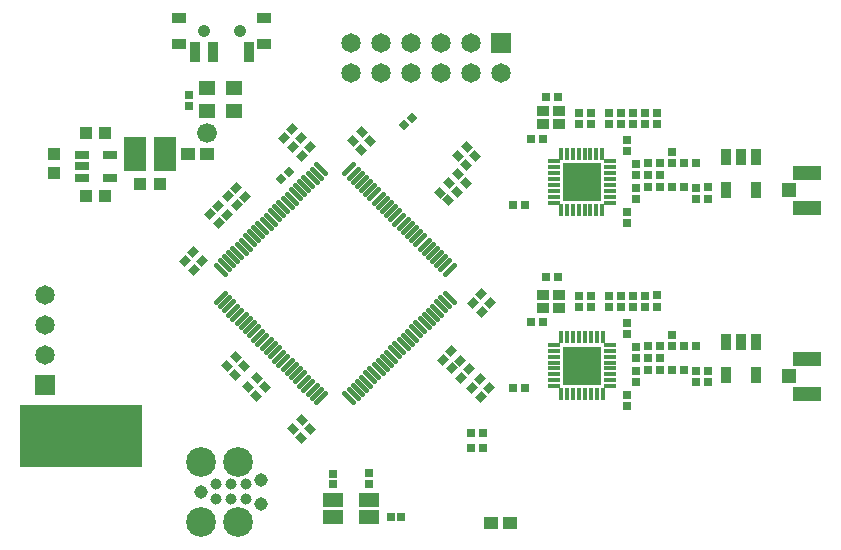
<source format=gts>
G04 Layer_Color=8388736*
%FSLAX25Y25*%
%MOIN*%
G70*
G01*
G75*
%ADD72R,0.02765X0.02765*%
%ADD73R,0.02765X0.02765*%
%ADD74R,0.06506X0.04931*%
%ADD75R,0.40600X0.20600*%
%ADD76R,0.02568X0.03159*%
%ADD77R,0.03356X0.06506*%
%ADD78R,0.04537X0.03750*%
%ADD79R,0.05718X0.04931*%
%ADD80O,0.01584X0.04340*%
%ADD81O,0.04340X0.01584*%
%ADD82R,0.12805X0.12805*%
%ADD83R,0.04537X0.04340*%
%ADD84R,0.04183X0.04380*%
G04:AMPARAMS|DCode=85|XSize=17.81mil|YSize=61.12mil|CornerRadius=0mil|HoleSize=0mil|Usage=FLASHONLY|Rotation=225.000|XOffset=0mil|YOffset=0mil|HoleType=Round|Shape=Round|*
%AMOVALD85*
21,1,0.04331,0.01781,0.00000,0.00000,315.0*
1,1,0.01781,-0.01531,0.01531*
1,1,0.01781,0.01531,-0.01531*
%
%ADD85OVALD85*%

G04:AMPARAMS|DCode=86|XSize=17.81mil|YSize=61.12mil|CornerRadius=0mil|HoleSize=0mil|Usage=FLASHONLY|Rotation=135.000|XOffset=0mil|YOffset=0mil|HoleType=Round|Shape=Round|*
%AMOVALD86*
21,1,0.04331,0.01781,0.00000,0.00000,225.0*
1,1,0.01781,0.01531,0.01531*
1,1,0.01781,-0.01531,-0.01531*
%
%ADD86OVALD86*%

%ADD87R,0.07175X0.11309*%
%ADD88R,0.04931X0.02962*%
%ADD89R,0.04340X0.04143*%
%ADD90R,0.04143X0.04340*%
%ADD91R,0.03159X0.02568*%
%ADD92R,0.02568X0.02962*%
%ADD93R,0.02962X0.02568*%
%ADD94R,0.04143X0.03750*%
%ADD95R,0.04537X0.04537*%
%ADD96R,0.09261X0.04734*%
G04:AMPARAMS|DCode=97|XSize=37mil|YSize=37mil|CornerRadius=18.5mil|HoleSize=0mil|Usage=FLASHONLY|Rotation=0.000|XOffset=0mil|YOffset=0mil|HoleType=Round|Shape=RoundedRectangle|*
%AMROUNDEDRECTD97*
21,1,0.03700,0.00000,0,0,0.0*
21,1,0.00000,0.03700,0,0,0.0*
1,1,0.03700,0.00000,0.00000*
1,1,0.03700,0.00000,0.00000*
1,1,0.03700,0.00000,0.00000*
1,1,0.03700,0.00000,0.00000*
%
%ADD97ROUNDEDRECTD97*%
%ADD98R,0.03600X0.05600*%
G04:AMPARAMS|DCode=99|XSize=25.68mil|YSize=29.62mil|CornerRadius=0mil|HoleSize=0mil|Usage=FLASHONLY|Rotation=135.000|XOffset=0mil|YOffset=0mil|HoleType=Round|Shape=Rectangle|*
%AMROTATEDRECTD99*
4,1,4,0.01955,0.00139,-0.00139,-0.01955,-0.01955,-0.00139,0.00139,0.01955,0.01955,0.00139,0.0*
%
%ADD99ROTATEDRECTD99*%

%ADD100P,0.03911X4X180.0*%
G04:AMPARAMS|DCode=101|XSize=25.68mil|YSize=29.62mil|CornerRadius=0mil|HoleSize=0mil|Usage=FLASHONLY|Rotation=45.000|XOffset=0mil|YOffset=0mil|HoleType=Round|Shape=Rectangle|*
%AMROTATEDRECTD101*
4,1,4,0.00139,-0.01955,-0.01955,0.00139,-0.00139,0.01955,0.01955,-0.00139,0.00139,-0.01955,0.0*
%
%ADD101ROTATEDRECTD101*%

G04:AMPARAMS|DCode=102|XSize=25.68mil|YSize=31.59mil|CornerRadius=0mil|HoleSize=0mil|Usage=FLASHONLY|Rotation=225.000|XOffset=0mil|YOffset=0mil|HoleType=Round|Shape=Rectangle|*
%AMROTATEDRECTD102*
4,1,4,-0.00209,0.02025,0.02025,-0.00209,0.00209,-0.02025,-0.02025,0.00209,-0.00209,0.02025,0.0*
%
%ADD102ROTATEDRECTD102*%

G04:AMPARAMS|DCode=103|XSize=25.68mil|YSize=31.59mil|CornerRadius=0mil|HoleSize=0mil|Usage=FLASHONLY|Rotation=315.000|XOffset=0mil|YOffset=0mil|HoleType=Round|Shape=Rectangle|*
%AMROTATEDRECTD103*
4,1,4,-0.02025,-0.00209,0.00209,0.02025,0.02025,0.00209,-0.00209,-0.02025,-0.02025,-0.00209,0.0*
%
%ADD103ROTATEDRECTD103*%

%ADD104C,0.06506*%
%ADD105R,0.06506X0.06506*%
%ADD106C,0.04143*%
%ADD107C,0.06600*%
%ADD108R,0.06506X0.06506*%
%ADD109C,0.04500*%
%ADD110C,0.09950*%
D72*
X104000Y-67000D02*
D03*
Y-63457D02*
D03*
X116000Y-66772D02*
D03*
Y-63228D02*
D03*
D73*
X123228Y-78000D02*
D03*
X126772D02*
D03*
D74*
X104095Y-72047D02*
D03*
Y-77953D02*
D03*
X115905D02*
D03*
Y-72047D02*
D03*
D75*
X20000Y-51000D02*
D03*
D76*
X56000Y62870D02*
D03*
Y59130D02*
D03*
X225000Y-32870D02*
D03*
Y-29130D02*
D03*
X204000Y-4130D02*
D03*
Y-7870D02*
D03*
Y56870D02*
D03*
Y53130D02*
D03*
X205000Y28130D02*
D03*
Y31870D02*
D03*
D77*
X75858Y77110D02*
D03*
X64047D02*
D03*
X58142D02*
D03*
D78*
X81173Y88331D02*
D03*
Y79669D02*
D03*
X52827Y88331D02*
D03*
Y79669D02*
D03*
D79*
X71055Y57520D02*
D03*
X62000D02*
D03*
Y65000D02*
D03*
X71055D02*
D03*
D80*
X193790Y43150D02*
D03*
X191821D02*
D03*
X189853D02*
D03*
X187884D02*
D03*
X185916D02*
D03*
X183947D02*
D03*
X181979D02*
D03*
X180010D02*
D03*
Y24450D02*
D03*
X181979D02*
D03*
X183947D02*
D03*
X185916D02*
D03*
X187884D02*
D03*
X189853D02*
D03*
X191821D02*
D03*
X193790D02*
D03*
X193905Y-36701D02*
D03*
X191937D02*
D03*
X189969D02*
D03*
X188000D02*
D03*
X186031D02*
D03*
X184063D02*
D03*
X182095D02*
D03*
X180126D02*
D03*
Y-18000D02*
D03*
X182095D02*
D03*
X184063D02*
D03*
X186031D02*
D03*
X188000D02*
D03*
X189969D02*
D03*
X191937D02*
D03*
X193905D02*
D03*
D81*
X177550Y40690D02*
D03*
Y38721D02*
D03*
Y36753D02*
D03*
Y34784D02*
D03*
Y32816D02*
D03*
Y30847D02*
D03*
Y28879D02*
D03*
Y26910D02*
D03*
X196250D02*
D03*
Y28879D02*
D03*
Y30847D02*
D03*
Y32816D02*
D03*
Y34784D02*
D03*
Y36753D02*
D03*
Y38721D02*
D03*
Y40690D02*
D03*
X196366Y-20461D02*
D03*
Y-22429D02*
D03*
Y-24398D02*
D03*
Y-26366D02*
D03*
Y-28335D02*
D03*
Y-30303D02*
D03*
Y-32272D02*
D03*
Y-34240D02*
D03*
X177665D02*
D03*
Y-32272D02*
D03*
Y-30303D02*
D03*
Y-28335D02*
D03*
Y-26366D02*
D03*
Y-24398D02*
D03*
Y-22429D02*
D03*
Y-20461D02*
D03*
D82*
X186900Y33800D02*
D03*
X187016Y-27350D02*
D03*
D83*
X163150Y-80000D02*
D03*
X156850D02*
D03*
X55850Y43000D02*
D03*
X62150D02*
D03*
D84*
X39673Y33000D02*
D03*
X46327Y33000D02*
D03*
D85*
X109470Y-38271D02*
D03*
X110862Y-36879D02*
D03*
X112254Y-35487D02*
D03*
X113646Y-34095D02*
D03*
X115038Y-32703D02*
D03*
X116430Y-31311D02*
D03*
X117822Y-29919D02*
D03*
X119213Y-28527D02*
D03*
X120605Y-27135D02*
D03*
X121997Y-25743D02*
D03*
X123389Y-24351D02*
D03*
X124781Y-22959D02*
D03*
X126173Y-21567D02*
D03*
X127565Y-20175D02*
D03*
X128957Y-18783D02*
D03*
X130349Y-17391D02*
D03*
X131741Y-16000D02*
D03*
X133133Y-14608D02*
D03*
X134525Y-13216D02*
D03*
X135917Y-11824D02*
D03*
X137309Y-10432D02*
D03*
X138701Y-9040D02*
D03*
X140093Y-7648D02*
D03*
X141484Y-6256D02*
D03*
X142877Y-4864D02*
D03*
X100005Y38008D02*
D03*
X98613Y36616D02*
D03*
X97221Y35224D02*
D03*
X95829Y33832D02*
D03*
X94437Y32440D02*
D03*
X93045Y31048D02*
D03*
X91653Y29656D02*
D03*
X90261Y28264D02*
D03*
X88869Y26872D02*
D03*
X87477Y25480D02*
D03*
X86085Y24088D02*
D03*
X84693Y22696D02*
D03*
X83301Y21305D02*
D03*
X81909Y19913D02*
D03*
X80517Y18521D02*
D03*
X79125Y17129D02*
D03*
X77734Y15737D02*
D03*
X76342Y14345D02*
D03*
X74950Y12953D02*
D03*
X73558Y11561D02*
D03*
X72166Y10169D02*
D03*
X70774Y8777D02*
D03*
X69382Y7385D02*
D03*
X67990Y5993D02*
D03*
X66598Y4601D02*
D03*
D86*
X142877Y4601D02*
D03*
X141484Y5993D02*
D03*
X140093Y7385D02*
D03*
X138701Y8777D02*
D03*
X137309Y10169D02*
D03*
X135917Y11561D02*
D03*
X134525Y12953D02*
D03*
X133133Y14345D02*
D03*
X131741Y15737D02*
D03*
X130349Y17129D02*
D03*
X128957Y18521D02*
D03*
X127565Y19913D02*
D03*
X126173Y21305D02*
D03*
X124781Y22696D02*
D03*
X123389Y24088D02*
D03*
X121997Y25480D02*
D03*
X120605Y26872D02*
D03*
X119213Y28264D02*
D03*
X117822Y29656D02*
D03*
X116430Y31048D02*
D03*
X115038Y32440D02*
D03*
X113646Y33832D02*
D03*
X112254Y35224D02*
D03*
X110862Y36616D02*
D03*
X109470Y38008D02*
D03*
X66598Y-4864D02*
D03*
X67990Y-6256D02*
D03*
X69382Y-7648D02*
D03*
X70774Y-9040D02*
D03*
X72166Y-10432D02*
D03*
X73558Y-11824D02*
D03*
X74950Y-13216D02*
D03*
X76342Y-14608D02*
D03*
X77734Y-16000D02*
D03*
X79125Y-17391D02*
D03*
X80518Y-18783D02*
D03*
X81909Y-20175D02*
D03*
X83301Y-21567D02*
D03*
X84693Y-22959D02*
D03*
X86085Y-24351D02*
D03*
X87477Y-25743D02*
D03*
X88869Y-27135D02*
D03*
X90261Y-28527D02*
D03*
X91653Y-29919D02*
D03*
X93045Y-31311D02*
D03*
X94437Y-32703D02*
D03*
X95829Y-34095D02*
D03*
X97221Y-35487D02*
D03*
X98613Y-36879D02*
D03*
X100005Y-38271D02*
D03*
D87*
X38000Y43000D02*
D03*
X48000D02*
D03*
D88*
X29724Y42740D02*
D03*
X29724Y35260D02*
D03*
X20276Y35260D02*
D03*
Y39000D02*
D03*
Y42740D02*
D03*
D89*
X28150Y50000D02*
D03*
X21850D02*
D03*
X28150Y29000D02*
D03*
X21850Y29000D02*
D03*
D90*
X11000Y43150D02*
D03*
X11000Y36850D02*
D03*
D91*
X209130Y-29000D02*
D03*
X212870D02*
D03*
X209130Y-21000D02*
D03*
X212870D02*
D03*
X209130Y32000D02*
D03*
X212870D02*
D03*
X209130Y40000D02*
D03*
X212870D02*
D03*
D92*
X205000Y-32969D02*
D03*
Y-29032D02*
D03*
X202000Y-13032D02*
D03*
Y-16969D02*
D03*
X205000Y-24969D02*
D03*
Y-21032D02*
D03*
X217000Y-17031D02*
D03*
Y-20968D02*
D03*
X229000Y-32969D02*
D03*
Y-29032D02*
D03*
X202000Y-40968D02*
D03*
Y-37031D02*
D03*
X186000Y-4031D02*
D03*
Y-7969D02*
D03*
X190000Y-4031D02*
D03*
Y-7969D02*
D03*
X196000Y-4031D02*
D03*
Y-7969D02*
D03*
X200000Y-4031D02*
D03*
Y-7969D02*
D03*
X208000Y-4031D02*
D03*
Y-7969D02*
D03*
X212000Y-4000D02*
D03*
Y-7937D02*
D03*
Y56968D02*
D03*
Y53031D02*
D03*
X208000Y56968D02*
D03*
Y53031D02*
D03*
X196000Y56968D02*
D03*
Y53031D02*
D03*
X190000Y56968D02*
D03*
Y53031D02*
D03*
X186000Y56968D02*
D03*
Y53031D02*
D03*
X200000Y56968D02*
D03*
Y53031D02*
D03*
X202000Y47969D02*
D03*
Y44032D02*
D03*
X217000Y43968D02*
D03*
Y40031D02*
D03*
X229000Y28063D02*
D03*
Y32000D02*
D03*
X225000Y28032D02*
D03*
Y31969D02*
D03*
X202000Y20031D02*
D03*
Y23968D02*
D03*
X205000Y39968D02*
D03*
Y36031D02*
D03*
D93*
X209032Y-25000D02*
D03*
X212968D02*
D03*
X221031Y-21000D02*
D03*
X224969D02*
D03*
X217032Y-29000D02*
D03*
X220969D02*
D03*
X164032Y-35000D02*
D03*
X167968D02*
D03*
X170031Y-13000D02*
D03*
X173969D02*
D03*
X175031Y2000D02*
D03*
X178969D02*
D03*
X175063Y62000D02*
D03*
X179000D02*
D03*
X170031Y48000D02*
D03*
X173969D02*
D03*
X164032Y26000D02*
D03*
X167968D02*
D03*
X221031Y40000D02*
D03*
X224969D02*
D03*
X217032Y32000D02*
D03*
X220969D02*
D03*
X209032Y36000D02*
D03*
X212968D02*
D03*
X153969Y-50000D02*
D03*
X150031Y-50000D02*
D03*
X153969Y-55000D02*
D03*
X150031D02*
D03*
D94*
X179413Y-8331D02*
D03*
X174000Y-8331D02*
D03*
Y-4000D02*
D03*
X179315Y-4000D02*
D03*
Y57331D02*
D03*
X174000Y57331D02*
D03*
Y53000D02*
D03*
X179413Y53000D02*
D03*
D95*
X256095Y31000D02*
D03*
Y-31000D02*
D03*
D96*
X262000Y36807D02*
D03*
Y25193D02*
D03*
Y-25193D02*
D03*
Y-36807D02*
D03*
D97*
X65000Y-67000D02*
D03*
X65000Y-72000D02*
D03*
X70000Y-67000D02*
D03*
X70000Y-72000D02*
D03*
X75000Y-67000D02*
D03*
X75000Y-72000D02*
D03*
D98*
X245000Y42000D02*
D03*
X240000Y42000D02*
D03*
X235000Y42000D02*
D03*
X235000Y31000D02*
D03*
X245000D02*
D03*
Y-19500D02*
D03*
X240000D02*
D03*
X235000D02*
D03*
Y-30500D02*
D03*
X245000D02*
D03*
D99*
X66000Y20000D02*
D03*
X68784Y22784D02*
D03*
X63000Y23000D02*
D03*
X65784Y25784D02*
D03*
X74784Y28784D02*
D03*
X72000Y26000D02*
D03*
X71784Y31784D02*
D03*
X69000Y29000D02*
D03*
X90392Y51392D02*
D03*
X87608Y48608D02*
D03*
X93392Y48392D02*
D03*
X90608Y45608D02*
D03*
X96392Y45392D02*
D03*
X93608Y42608D02*
D03*
X153392Y-3608D02*
D03*
X150608Y-6392D02*
D03*
X156392Y-6608D02*
D03*
X153608Y-9392D02*
D03*
X143392Y-22608D02*
D03*
X140608Y-25392D02*
D03*
X156000Y-35000D02*
D03*
X153216Y-37784D02*
D03*
X153000Y-32000D02*
D03*
X150216Y-34784D02*
D03*
X149392Y-28608D02*
D03*
X146608Y-31392D02*
D03*
X57608Y4608D02*
D03*
X60392Y7392D02*
D03*
X54608Y7608D02*
D03*
X57392Y10392D02*
D03*
D100*
X86747Y34747D02*
D03*
X89253Y37253D02*
D03*
X130253Y55253D02*
D03*
X127747Y52747D02*
D03*
D101*
X113608Y50392D02*
D03*
X116392Y47608D02*
D03*
X110608Y47392D02*
D03*
X113392Y44608D02*
D03*
X151392Y42608D02*
D03*
X148608Y45392D02*
D03*
X148392Y39608D02*
D03*
X145608Y42392D02*
D03*
X148392Y33608D02*
D03*
X145608Y36392D02*
D03*
X145392Y30608D02*
D03*
X142608Y33392D02*
D03*
X93608Y-45608D02*
D03*
X96392Y-48392D02*
D03*
X90608Y-48608D02*
D03*
X93392Y-51392D02*
D03*
X81392Y-34392D02*
D03*
X78608Y-31608D02*
D03*
X78392Y-37392D02*
D03*
X75608Y-34608D02*
D03*
X68608Y-27608D02*
D03*
X71392Y-30392D02*
D03*
X71608Y-24608D02*
D03*
X74392Y-27392D02*
D03*
D102*
X142322Y27678D02*
D03*
X139678Y30322D02*
D03*
D103*
X146322Y-25678D02*
D03*
X143678Y-28322D02*
D03*
D104*
X8000Y-4000D02*
D03*
Y-14000D02*
D03*
Y-24000D02*
D03*
X110000Y70000D02*
D03*
X110000Y80000D02*
D03*
X120000Y70000D02*
D03*
X120000Y80000D02*
D03*
X130000Y70000D02*
D03*
Y80000D02*
D03*
X140000Y70000D02*
D03*
Y80000D02*
D03*
X150000Y70000D02*
D03*
X150000Y80000D02*
D03*
X160000Y70000D02*
D03*
D105*
X8000Y-34000D02*
D03*
D106*
X72905Y84000D02*
D03*
X61094D02*
D03*
D107*
X62000Y50000D02*
D03*
D108*
X160000Y80000D02*
D03*
D109*
X60000Y-69500D02*
D03*
X80000Y-65500D02*
D03*
X80000Y-73500D02*
D03*
D110*
X60000Y-59500D02*
D03*
X60000Y-79500D02*
D03*
X72500Y-59500D02*
D03*
X72500Y-79500D02*
D03*
M02*

</source>
